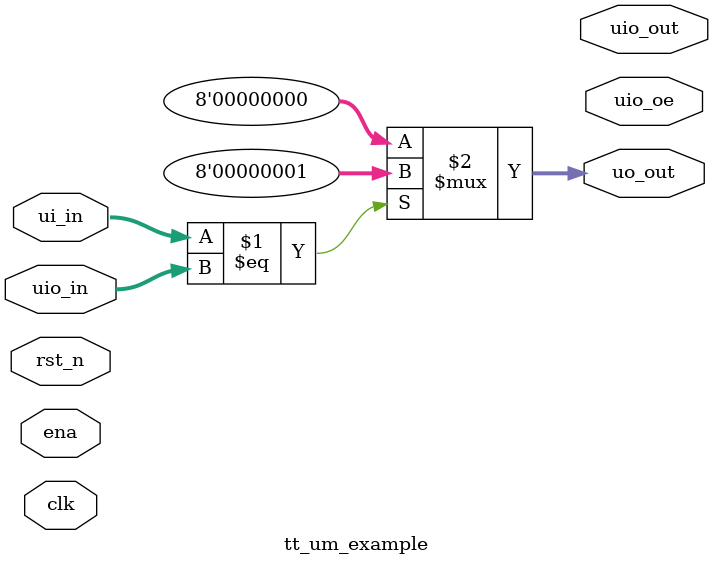
<source format=v>
/*
 * Copyright (c) 2025 Yijia Cao
 * SPDX-License-Identifier: Apache-2.0
 */

`default_nettype none

module tt_um_example (
    input  wire [7:0] ui_in,    // Dedicated inputs
    output wire [7:0] uo_out,   // Dedicated outputs
    input  wire [7:0] uio_in,   // IOs: Input path
    output wire [7:0] uio_out,  // IOs: Output path
    output wire [7:0] uio_oe,   // IOs: Enable path (active high: 0=input, 1=output)
    input  wire       ena,      // always 1 when the design is powered, so you can ignore it
    input  wire       clk,      // clock
    input  wire       rst_n     // reset_n - low to reset
);

    // Equality comparator logic
    assign uo_out = (ui_in == uio_in) ? 8'b00000001 : 8'b00000000;  // C[0] = 1 if A == B, else 0

endmodule
</source>
